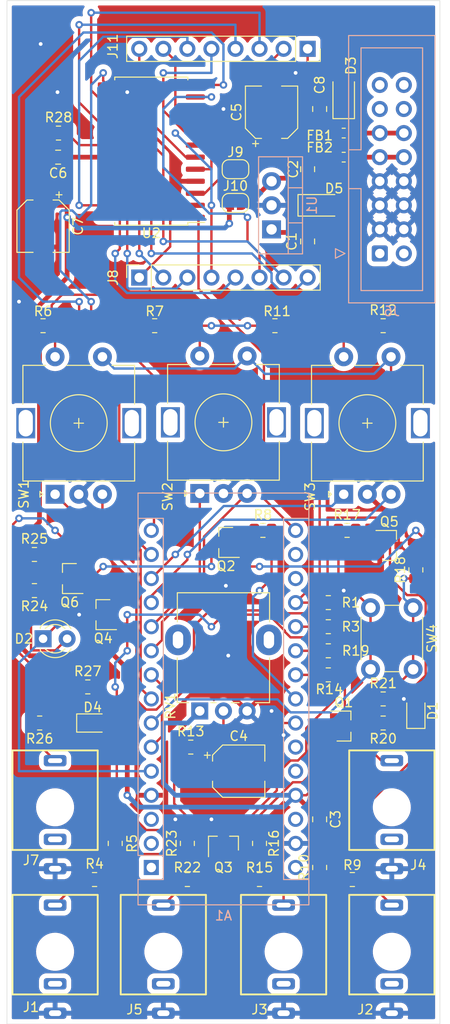
<source format=kicad_pcb>
(kicad_pcb (version 20211014) (generator pcbnew)
  (layers (0 "F.Cu" signal) (31 "B.Cu" signal) (34 "B.Paste" user) (35 "F.Paste" user) (36 "B.SilkS" user "B.Silkscreen") (37 "F.SilkS" user "F.Silkscreen") (38 "B.Mask" user) (39 "F.Mask" user) (44 "Edge.Cuts" user))
  (net 0 "")
  (net 1 "Net-(A1-Pad16)")
  (net 2 "Net-(A1-Pad15)")
  (net 4 "Net-(A1-Pad14)")
  (net 5 "GND")
  (net 6 "Net-(A1-Pad13)")
  (net 8 "Net-(A1-Pad12)")
  (net 9 "+5V")
  (net 10 "Net-(A1-Pad11)")
  (net 12 "Net-(A1-Pad10)")
  (net 14 "Net-(A1-Pad9)")
  (net 15 "Net-(A1-Pad24)")
  (net 16 "Net-(A1-Pad8)")
  (net 17 "Net-(A1-Pad23)")
  (net 18 "Net-(A1-Pad7)")
  (net 19 "Net-(A1-Pad22)")
  (net 20 "Net-(A1-Pad6)")
  (net 21 "Net-(A1-Pad21)")
  (net 22 "Net-(A1-Pad5)")
  (net 23 "Net-(A1-Pad20)")
  (net 24 "Net-(A1-Pad19)")
  (net 30 "Net-(D1-Pad1)")
  (net 31 "Net-(D2-Pad2)")
  (net 32 "Net-(D4-Pad1)")
  (net 33 "Net-(J1-Pad3)")
  (net 35 "Net-(J2-Pad3)")
  (net 37 "Net-(J3-Pad3)")
  (net 39 "Net-(J4-Pad3)")
  (net 41 "Net-(J5-Pad3)")
  (net 46 "Net-(J7-Pad3)")
  (net 48 "Net-(Q1-Pad1)")
  (net 49 "Net-(Q1-Pad2)")
  (net 50 "Net-(Q2-Pad1)")
  (net 51 "Net-(Q2-Pad2)")
  (net 52 "Net-(Q3-Pad1)")
  (net 53 "Net-(Q3-Pad2)")
  (net 54 "Net-(Q4-Pad1)")
  (net 55 "Net-(Q4-Pad2)")
  (net 56 "Net-(R6-Pad1)")
  (net 57 "Net-(R11-Pad2)")
  (net 58 "Net-(R11-Pad1)")
  (net 59 "Net-(R13-Pad2)")
  (net 60 "Net-(C1-Pad2)")
  (net 61 "Net-(C2-Pad2)")
  (net 62 "Net-(C5-Pad1)")
  (net 63 "Net-(D5-Pad2)")
  (net 64 "Net-(FB1-Pad2)")
  (net 65 "Net-(FB2-Pad2)")
  (net 69 "Net-(J8-Pad8)")
  (net 70 "Net-(J8-Pad7)")
  (net 71 "Net-(J8-Pad6)")
  (net 72 "Net-(J8-Pad5)")
  (net 73 "Net-(J8-Pad4)")
  (net 74 "Net-(J8-Pad3)")
  (net 75 "Net-(J8-Pad2)")
  (net 76 "Net-(J8-Pad1)")
  (net 77 "Net-(J11-Pad8)")
  (net 78 "Net-(J11-Pad7)")
  (net 79 "Net-(J11-Pad6)")
  (net 80 "Net-(J11-Pad5)")
  (net 81 "Net-(J11-Pad4)")
  (net 82 "Net-(J11-Pad3)")
  (net 83 "Net-(J11-Pad2)")
  (net 84 "Net-(J11-Pad1)")
  (net 85 "Net-(R28-Pad2)")
  (footprint "Capacitor_SMD:C_0805_2012Metric" (layer "F.Cu") (at 83.82 143.51 -90)
    (fp_text reference "C3")
    (fp_text value "100nF")
  )
  (footprint "Capacitor_SMD:CP_Elec_5x4.5" (layer "F.Cu") (at 75.27 138.43)
    (fp_text reference "C4")
    (fp_text value "10uF")
  )
  (footprint "Diode_SMD:D_0805_2012Metric" (layer "F.Cu") (at 93.98 132.235 90)
    (fp_text reference "D1")
    (fp_text value "1N4148")
  )
  (footprint "LED_THT:LED_D3.0mm" (layer "F.Cu") (at 54.61 124.46)
    (fp_text reference "D2")
    (fp_text value "LED")
  )
  (footprint "Diode_SMD:D_0805_2012Metric" (layer "F.Cu") (at 59.845 133.35)
    (fp_text reference "D4")
    (fp_text value "1N4148")
  )
  (footprint "Inductor_SMD:L_0603_1608Metric" (layer "F.Cu") (at 86.36 71.12)
    (fp_text reference "FB1")
    (fp_text value "FERRITE")
  )
  (footprint "Kicad_Akiyuki_Footprint:THONKICONN" (layer "F.Cu") (at 91.44 142.24)
    (fp_text reference "J4")
    (fp_text value "RESET IN")
  )
  (footprint "Kicad_Akiyuki_Footprint:THONKICONN" (layer "F.Cu") (at 67.31 157.48)
    (fp_text reference "J5")
    (fp_text value "OUT 2")
  )
  (footprint "Package_TO_SOT_SMD:SOT-23" (layer "F.Cu") (at 86.36 133.67)
    (fp_text reference "Q1")
    (fp_text value "MMBT3904")
  )
  (footprint "Package_TO_SOT_SMD:SOT-23" (layer "F.Cu") (at 57.42 118.11 180)
    (fp_text reference "Q6")
    (fp_text value "MMBT3904")
  )
  (footprint "Resistor_SMD:R_0805_2012Metric" (layer "F.Cu") (at 84.7325 123.19 180)
    (fp_text reference "R3")
    (fp_text value "10K")
  )
  (footprint "Resistor_SMD:R_0805_2012Metric" (layer "F.Cu") (at 60.0475 149.86)
    (fp_text reference "R4")
    (fp_text value "1K")
  )
  (footprint "Resistor_SMD:R_0805_2012Metric" (layer "F.Cu") (at 62.23 146.05 90)
    (fp_text reference "R5")
    (fp_text value "10K")
  )
  (footprint "Resistor_SMD:R_0805_2012Metric" (layer "F.Cu") (at 66.3975 91.44 180)
    (fp_text reference "R7")
    (fp_text value "10K")
  )
  (footprint "Resistor_SMD:R_0805_2012Metric" (layer "F.Cu") (at 77.8275 113.03)
    (fp_text reference "R8")
    (fp_text value "10K")
  )
  (footprint "Resistor_SMD:R_0805_2012Metric" (layer "F.Cu") (at 87.2725 149.86 180)
    (fp_text reference "R9")
    (fp_text value "1K")
  )
  (footprint "Resistor_SMD:R_0805_2012Metric" (layer "F.Cu") (at 83.82 148.59 90)
    (fp_text reference "R10")
    (fp_text value "10K")
  )
  (footprint "Resistor_SMD:R_0805_2012Metric" (layer "F.Cu") (at 70.2075 135.89)
    (fp_text reference "R13")
    (fp_text value "10K")
  )
  (footprint "Resistor_SMD:R_0805_2012Metric" (layer "F.Cu") (at 77.47 149.86 180)
    (fp_text reference "R15")
    (fp_text value "1K")
  )
  (footprint "Resistor_SMD:R_0805_2012Metric" (layer "F.Cu") (at 77.47 146.05 90)
    (fp_text reference "R16")
    (fp_text value "10K")
  )
  (footprint "Resistor_SMD:R_0805_2012Metric" (layer "F.Cu") (at 69.85 149.86)
    (fp_text reference "R22")
    (fp_text value "1K")
  )
  (footprint "Resistor_SMD:R_0805_2012Metric" (layer "F.Cu") (at 53.6975 119.38 180)
    (fp_text reference "R24")
    (fp_text value "1K")
  )
  (footprint "Resistor_SMD:R_0805_2012Metric" (layer "F.Cu") (at 53.6975 115.57)
    (fp_text reference "R25")
    (fp_text value "10K")
  )
  (footprint "Resistor_SMD:R_0805_2012Metric" (layer "F.Cu") (at 59.3325 129.54)
    (fp_text reference "R27")
    (fp_text value "1M")
  )
  (footprint "Potentiometer_THT:Potentiometer_Alpha_RD901F-40-00D_Single_Vertical" (layer "F.Cu") (at 71.16 132.08 90)
    (fp_text reference "RV1")
    (fp_text value "10K")
  )
  (footprint "Rotary_Encoder:RotaryEncoder_Alps_EC11E-Switch_Vertical_H20mm" (layer "F.Cu") (at 71.16 109.132663 90)
    (fp_text reference "SW2")
    (fp_text value "EC11 (HITS)")
  )
  (footprint "Rotary_Encoder:RotaryEncoder_Alps_EC11E-Switch_Vertical_H20mm" (layer "F.Cu") (at 86.36 109.22 90)
    (fp_text reference "SW3")
    (fp_text value "EC11 (OFFSET)")
  )
  (footprint "Capacitor_SMD:C_0805_2012Metric" (layer "F.Cu") (at 82.55 82.55 90)
    (fp_text reference "C1")
    (fp_text value "1uF")
  )
  (footprint "Capacitor_SMD:C_0805_2012Metric" (layer "F.Cu") (at 82.55 74.93 -90)
    (fp_text reference "C2")
    (fp_text value "100nF")
  )
  (footprint "Diode_SMD:D_1206_3216Metric" (layer "F.Cu") (at 83.82 78.74)
    (fp_text reference "D5")
    (fp_text value "1N4007")
  )
  (footprint "Inductor_SMD:L_0603_1608Metric" (layer "F.Cu") (at 86.36 73.66)
    (fp_text reference "FB2")
    (fp_text value "FERRITE")
  )
  (footprint "Jumper:SolderJumper-2_P1.3mm_Open_RoundedPad1.0x1.5mm" (layer "F.Cu") (at 74.93 74.93)
    (fp_text reference "J9")
    (fp_text value "JP 5")
  )
  (footprint "Jumper:SolderJumper-2_P1.3mm_Open_RoundedPad1.0x1.5mm" (layer "F.Cu") (at 74.93 78.486)
    (fp_text reference "J10")
    (fp_text value "JP 12")
  )
  (footprint "Capacitor_SMD:CP_Elec_5x4.5" (layer "F.Cu") (at 78.74 68.92 90)
    (fp_text reference "C5")
    (fp_text value "10uF")
  )
  (footprint "Capacitor_SMD:C_0805_2012Metric" (layer "F.Cu") (at 56.2 73.66 180)
    (fp_text reference "C6")
    (fp_text value "100nF")
  )
  (footprint "Capacitor_SMD:CP_Elec_5x4.5" (layer "F.Cu") (at 54.61 80.94 -90)
    (fp_text reference "C7")
    (fp_text value "10uF")
  )
  (footprint "Diode_SMD:D_1206_3216Metric" (layer "F.Cu") (at 86.36 67.31 90)
    (fp_text reference "D3")
    (fp_text value "1N4007")
  )
  (footprint "Kicad_Akiyuki_Footprint:THONKICONN" (layer "F.Cu") (at 91.44 157.48)
    (fp_text reference "J2")
    (fp_text value "OUT 4")
  )
  (footprint "Kicad_Akiyuki_Footprint:THONKICONN" (layer "F.Cu") (at 80.01 157.48)
    (fp_text reference "J3")
    (fp_text value "OUT 3")
  )
  (footprint "Kicad_Akiyuki_Footprint:THONKICONN" (layer "F.Cu") (at 55.88 142.24)
    (fp_text reference "J7")
    (fp_text value "CLOCK IN")
  )
  (footprint "Connector_PinSocket_2.54mm:PinSocket_1x08_P2.54mm_Vertical" (layer "F.Cu") (at 64.77 86.36 90)
    (fp_text reference "J8")
    (fp_text value "DISP CONN 2")
  )
  (footprint "Connector_PinSocket_2.54mm:PinSocket_1x08_P2.54mm_Vertical" (layer "F.Cu") (at 82.55 62.23 -90)
    (fp_text reference "J11")
    (fp_text value "DISP CONN 1")
  )
  (footprint "Package_TO_SOT_SMD:SOT-23" (layer "F.Cu") (at 73.93 114.3 180)
    (fp_text reference "Q2")
    (fp_text value "MMBT3904")
  )
  (footprint "Package_TO_SOT_SMD:SOT-23" (layer "F.Cu") (at 73.66 146.05 90)
    (fp_text reference "Q3")
    (fp_text value "MMBT3904")
  )
  (footprint "Package_TO_SOT_SMD:SOT-23" (layer "F.Cu") (at 60.96 121.92 180)
    (fp_text reference "Q4")
    (fp_text value "MMBT3904")
  )
  (footprint "Package_TO_SOT_SMD:SOT-23" (layer "F.Cu") (at 91.17 114.62)
    (fp_text reference "Q5")
    (fp_text value "MMBT3904")
  )
  (footprint "Resistor_SMD:R_0805_2012Metric" (layer "F.Cu") (at 84.7325 120.65)
    (fp_text reference "R1")
    (fp_text value "10K")
  )
  (footprint "Resistor_SMD:R_0805_2012Metric" (layer "F.Cu") (at 54.61 91.44 180)
    (fp_text reference "R6")
    (fp_text value "10K")
  )
  (footprint "Resistor_SMD:R_0805_2012Metric" (layer "F.Cu") (at 79.0975 91.44 180)
    (fp_text reference "R11")
    (fp_text value "10K")
  )
  (footprint "Resistor_SMD:R_0805_2012Metric" (layer "F.Cu") (at 90.5275 91.44)
    (fp_text reference "R12")
    (fp_text value "10K")
  )
  (footprint "Resistor_SMD:R_0805_2012Metric" (layer "F.Cu") (at 84.7325 128.27 180)
    (fp_text reference "R14")
    (fp_text value "10K")
  )
  (footprint "Resistor_SMD:R_0805_2012Metric" (layer "F.Cu") (at 86.7175 113.03)
    (fp_text reference "R17")
    (fp_text value "10K")
  )
  (footprint "Resistor_SMD:R_0805_2012Metric" (layer "F.Cu") (at 93.98 117.1975 90)
    (fp_text reference "R18")
    (fp_text value "10K")
  )
  (footprint "Resistor_SMD:R_0805_2012Metric" (layer "F.Cu") (at 84.7325 125.73 180)
    (fp_text reference "R19")
    (fp_text value "10K")
  )
  (footprint "Resistor_SMD:R_0805_2012Metric" (layer "F.Cu") (at 90.5275 133.35 180)
    (fp_text reference "R20")
    (fp_text value "100K")
  )
  (footprint "Resistor_SMD:R_0805_2012Metric" (layer "F.Cu") (at 90.5275 130.81)
    (fp_text reference "R21")
    (fp_text value "1M")
  )
  (footprint "Resistor_SMD:R_0805_2012Metric" (layer "F.Cu") (at 69.85 146.05 90)
    (fp_text reference "R23")
    (fp_text value "10K")
  )
  (footprint "Resistor_SMD:R_0805_2012Metric" (layer "F.Cu") (at 54.2525 133.35 180)
    (fp_text reference "R26")
    (fp_text value "100K")
  )
  (footprint "Resistor_SMD:R_0805_2012Metric" (layer "F.Cu") (at 56.2375 71.12)
    (fp_text reference "R28")
    (fp_text value "470K")
  )
  (footprint "Rotary_Encoder:RotaryEncoder_Alps_EC11E-Switch_Vertical_H20mm" (layer "F.Cu") (at 55.88 109.22 90)
    (fp_text reference "SW1")
    (fp_text value "EC11 (LENGTH)")
  )
  (footprint "Button_Switch_THT:SW_PUSH_6mm" (layer "F.Cu") (at 93.693545 121.18395 -90)
    (fp_text reference "SW4")
    (fp_text value "RESET BUTTON")
  )
  (footprint "Package_SO:SOP-24_7.5x15.4mm_P1.27mm" (layer "F.Cu") (at 66.04 73.025 180)
    (fp_text reference "U2")
    (fp_text value "MAX7219")
  )
  (footprint "Capacitor_SMD:C_0805_2012Metric" (layer "F.Cu") (at 83.82 68.58 90)
    (fp_text reference "C8")
    (fp_text value "1uF")
  )
  (footprint "Kicad_Akiyuki_Footprint:THONKICONN" (layer "F.Cu") (at 55.88 157.48)
    (fp_text reference "J1")
    (fp_text value "OUT 1")
  )
  (footprint "Package_TO_SOT_THT:TO-220-3_Vertical" (layer "B.Cu") (at 78.74 81.28 90)
    (fp_text reference "U1")
    (fp_text value "L7805")
  )
  (footprint "Connector_IDC:IDC-Header_2x08_P2.54mm_Vertical" (layer "B.Cu") (at 90.17 83.82)
    (fp_text reference "J6")
    (fp_text value "POWER CONN")
  )
  (footprint "Module:Arduino_Nano" (layer "B.Cu") (at 66.04 148.59)
    (fp_text reference "A1")
    (fp_text value "ARDUINO NANO")
  )
  (gr_line (start 96.52 57.15) (end 96.52 90.17) (layer "Edge.Cuts") (width 0.05))
  (gr_line (start 50.8 57.15) (end 96.52 57.15) (layer "Edge.Cuts") (width 0.05))
  (gr_line (start 96.52 90.17) (end 96.52 165.1) (layer "Edge.Cuts") (width 0.05))
  (gr_line (start 96.52 165.1) (end 50.8 165.1) (layer "Edge.Cuts") (width 0.05))
  (gr_line (start 50.8 90.17) (end 50.8 57.15) (layer "Edge.Cuts") (width 0.05))
  (gr_line (start 50.8 165.1) (end 50.8 90.17) (layer "Edge.Cuts") (width 0.05))
  (segment (start 71.025001 87.535001) (end 71.025001 80.345001) (width 0.25) (layer "F.Cu") (net 1))
  (segment (start 77.934999 94.444999) (end 71.025001 87.535001) (width 0.25) (layer "F.Cu") (net 1))
  (segment (start 71.025001 80.345001) (end 70.69 80.01) (width 0.25) (layer "F.Cu") (net 1))
  (segment (start 81.28 113.03) (end 77.934999 109.684999) (width 0.25) (layer "F.Cu") (net 1))
  (segment (start 77.934999 109.684999) (end 77.934999 94.444999) (width 0.25) (layer "F.Cu") (net 1))
  (segment (start 59.69 88.9) (end 59.69 88.9) (width 0.25) (layer "F.Cu") (net 2))
  (segment (start 60.96 64.77) (end 60.96 65.61) (width 0.25) (layer "F.Cu") (net 2))
  (segment (start 66.04 113.03) (end 66.32251 112.74749) (width 0.25) (layer "F.Cu") (net 2))
  (segment (start 59.69 90.17) (end 59.69 88.9) (width 0.25) (layer "F.Cu") (net 2))
  (segment (start 66.32251 112.74749) (end 66.32251 96.80251) (width 0.25) (layer "F.Cu") (net 2))
  (segment (start 66.32251 96.80251) (end 59.69 90.17) (width 0.25) (layer "F.Cu") (net 2))
  (segment (start 60.96 65.61) (end 61.39 66.04) (width 0.25) (layer "F.Cu") (net 2))
  (via (at 60.96 64.77) (size 0.8) (drill 0.4) (layers "F.Cu" "B.Cu") (net 2))
  (via (at 59.69 88.9) (size 0.8) (drill 0.4) (layers "F.Cu" "B.Cu") (net 2))
  (segment (start 60.96 64.77) (end 60.96 64.77) (width 0.25) (layer "B.Cu") (net 2))
  (segment (start 56.424999 85.634999) (end 56.424999 79.661999) (width 0.25) (layer "B.Cu") (net 2))
  (segment (start 59.69 78.74) (end 59.69 66.04) (width 0.25) (layer "B.Cu") (net 2))
  (segment (start 57.694999 79.284999) (end 58.42 80.01) (width 0.25) (layer "B.Cu") (net 2))
  (segment (start 59.69 88.9) (end 56.424999 85.634999) (width 0.25) (layer "B.Cu") (net 2))
  (segment (start 56.605001 79.284999) (end 57.694999 79.284999) (width 0.25) (layer "B.Cu") (net 2))
  (segment (start 59.69 66.04) (end 60.96 64.77) (width 0.25) (layer "B.Cu") (net 2))
  (segment (start 58.42 80.01) (end 59.69 78.74) (width 0.25) (layer "B.Cu") (net 2))
  (segment (start 56.424999 79.661999) (end 56.424999 79.465001) (width 0.25) (layer "B.Cu") (net 2))
  (segment (start 56.424999 79.465001) (end 56.605001 79.284999) (width 0.25) (layer "B.Cu") (net 2))
  (segment (start 58.42 88.9) (end 58.42 88.9) (width 0.25) (layer "F.Cu") (net 4))
  (segment (start 62.654999 104.564999) (end 62.654999 99.533997) (width 0.25) (layer "F.Cu") (net 4))
  (segment (start 66.04 115.57) (end 63.5 113.03) (width 0.25) (layer "F.Cu") (net 4))
  (segment (start 70.69 66.04) (end 73.66 66.04) (width 0.25) (layer "F.Cu") (net 4))
  (segment (start 63.5 113.03) (end 62.654999 112.184999) (width 0.25) (layer "F.Cu") (net 4))
  (segment (start 62.654999 112.184999) (end 62.654999 104.564999) (width 0.25) (layer "F.Cu") (net 4))
  (segment (start 58.42 91.44) (end 58.42 88.9) (width 0.25) (layer "F.Cu") (net 4))
  (segment (start 58.42 95.298998) (end 58.42 91.44) (width 0.25) (layer "F.Cu") (net 4))
  (segment (start 62.654999 99.533997) (end 58.42 95.298998) (width 0.25) (layer "F.Cu") (net 4))
  (via (at 73.66 66.04) (size 0.8) (drill 0.4) (layers "F.Cu" "B.Cu") (net 4))
  (via (at 58.42 88.9) (size 0.8) (drill 0.4) (layers "F.Cu" "B.Cu") (net 4))
  (segment (start 73.66 66.04) (end 73.66 66.04) (width 0.25) (layer "B.Cu") (net 4))
  (segment (start 52.07 67.31) (end 58.87001 60.50999) (width 0.25) (layer "B.Cu") (net 4))
  (segment (start 58.42 88.9) (end 54.61 88.9) (width 0.25) (layer "B.Cu") (net 4))
  (segment (start 54.61 88.9) (end 52.07 86.36) (width 0.25) (layer "B.Cu") (net 4))
  (segment (start 52.07 86.36) (end 52.07 67.31) (width 0.25) (layer "B.Cu") (net 4))
  (segment (start 72.408992 60.50999) (end 73.66 61.760998) (width 0.25) (layer "B.Cu") (net 4))
  (segment (start 58.87001 60.50999) (end 72.408992 60.50999) (width 0.25) (layer "B.Cu") (net 4))
  (segment (start 73.66 61.760998) (end 73.66 66.04) (width 0.25) (layer "B.Cu") (net 4))
  (via (at 81.28 64.77) (size 0.8) (drill 0.4) (layers "F.Cu" "B.Cu") (net 5))
  (via (at 86.36 119.38) (size 0.8) (drill 0.4) (layers "F.Cu" "B.Cu") (net 5))
  (via (at 54.356 61.722) (size 0.8) (drill 0.4) (layers "F.Cu" "B.Cu") (net 5))
  (via (at 72.39 143.51) (size 0.8) (drill 0.4) (layers "F.Cu" "B.Cu") (net 5))
  (via (at 63.5 66.802) (size 0.8) (drill 0.4) (layers "F.Cu" "B.Cu") (net 5))
  (via (at 80.01 134.62) (size 0.8) (drill 0.4) (layers "F.Cu" "B.Cu") (net 5))
  (via (at 74.168 126.238) (size 0.8) (drill 0.4) (layers "F.Cu" "B.Cu") (net 5))
  (via (at 56.134 66.802) (size 0.8) (drill 0.4) (layers "F.Cu" "B.Cu") (net 5))
  (via (at 52.07 88.9) (size 0.8) (drill 0.4) (layers "F.Cu" "B.Cu") (net 5))
  (via (at 73.66 68.58) (size 0.8) (drill 0.4) (layers "F.Cu" "B.Cu") (net 5))
  (via (at 68.58 143.51) (size 0.8) (drill 0.4) (layers "F.Cu" "B.Cu") (net 5))
  (via (at 73.914 118.872) (size 0.8) (drill 0.4) (layers "F.Cu" "B.Cu") (net 5))
  (via (at 78.74 132.08) (size 0.8) (drill 0.4) (layers "F.Cu" "B.Cu") (net 5))
  (via (at 92.71 130.81) (size 0.8) (drill 0.4) (layers "F.Cu" "B.Cu") (net 5))
  (via (at 58.42 121.92) (size 0.8) (drill 0.4) (layers "F.Cu" "B.Cu") (net 5))
  (segment (start 68.58 115.57) (end 66.04 118.11) (width 0.25) (layer "F.Cu") (net 6))
  (via (at 68.58 115.57) (size 0.8) (drill 0.4) (layers "F.Cu" "B.Cu") (net 6))
  (segment (start 68.58 115.57) (end 68.58 115.57) (width 0.25) (layer "B.Cu") (net 6))
  (segment (start 73.692336 110.457664) (end 68.58 115.57) (width 0.25) (layer "B.Cu") (net 6))
  (segment (start 86.36 109.22) (end 85.122336 110.457664) (width 0.25) (layer "B.Cu") (net 6))
  (segment (start 85.122336 110.457664) (end 73.692336 110.457664) (width 0.25) (layer "B.Cu") (net 6))
  (segment (start 69.85 116.135685) (end 66.04 119.945685) (width 0.25) (layer "F.Cu") (net 8))
  (segment (start 69.85 115.57) (end 69.85 116.135685) (width 0.25) (layer "F.Cu") (net 8))
  (segment (start 66.04 119.945685) (end 66.04 120.65) (width 0.25) (layer "F.Cu") (net 8))
  (via (at 69.85 115.57) (size 0.8) (drill 0.4) (layers "F.Cu" "B.Cu") (net 8))
  (segment (start 69.85 115.57) (end 69.85 115.57) (width 0.25) (layer "B.Cu") (net 8))
  (segment (start 73.515001 111.904999) (end 69.85 115.57) (width 0.25) (layer "B.Cu") (net 8))
  (segment (start 88.675001 111.904999) (end 73.515001 111.904999) (width 0.25) (layer "B.Cu") (net 8))
  (segment (start 91.36 109.22) (end 88.675001 111.904999) (width 0.25) (layer "B.Cu") (net 8))
  (segment (start 74.28 80.66) (end 74.28 80.66) (width 0.5) (layer "F.Cu") (net 9))
  (segment (start 63.5 140.97) (end 63.5 140.97) (width 0.5) (layer "F.Cu") (net 9))
  (segment (start 60.96 116.84) (end 60.96 116.84) (width 0.25) (layer "F.Cu") (net 9))
  (segment (start 92.71 118.11) (end 92.71 118.11) (width 0.25) (layer "F.Cu") (net 9))
  (segment (start 54.61 78.74) (end 57.15 78.74) (width 0.5) (layer "F.Cu") (net 9))
  (segment (start 53.6975 91.44) (end 54.230001 91.972501) (width 0.5) (layer "F.Cu") (net 9))
  (segment (start 83.82 142.56) (end 82.87 142.56) (width 0.5) (layer "F.Cu") (net 9))
  (segment (start 72.39 116.84) (end 72.39 114.84) (width 0.25) (layer "F.Cu") (net 9))
  (segment (start 93.693545 127.68395) (end 92.368544 129.008951) (width 0.25) (layer "F.Cu") (net 9))
  (segment (start 71.16 132.08) (end 71.16 132.04) (width 0.5) (layer "F.Cu") (net 9))
  (segment (start 93.693545 127.68395) (end 93.693545 121.18395) (width 0.25) (layer "F.Cu") (net 9))
  (segment (start 52.785 113.585) (end 52.785 115.57) (width 0.5) (layer "F.Cu") (net 9))
  (segment (start 59.96 121.92) (end 59.96 124.040002) (width 0.5) (layer "F.Cu") (net 9))
  (segment (start 81.28 140.97) (end 82.41137 140.97) (width 0.25) (layer "F.Cu") (net 9))
  (segment (start 52.07 120.095) (end 52.07 125.118188) (width 0.5) (layer "F.Cu") (net 9))
  (segment (start 71.636 145.026) (end 71.66 145.05) (width 0.25) (layer "F.Cu") (net 9))
  (segment (start 72.39 114.84) (end 72.93 114.3) (width 0.25) (layer "F.Cu") (net 9))
  (segment (start 57.15 86.36) (end 53.6975 89.8125) (width 0.5) (layer "F.Cu") (net 9))
  (segment (start 57.739991 126.260011) (end 59.96 124.040002) (width 0.5) (layer "F.Cu") (net 9))
  (segment (start 82.87 142.56) (end 81.28 140.97) (width 0.5) (layer "F.Cu") (net 9))
  (segment (start 74.28 77.47) (end 74.28 80.66) (width 0.5) (layer "F.Cu") (net 9))
  (segment (start 53.6975 89.8125) (end 53.6975 91.44) (width 0.5) (layer "F.Cu") (net 9))
  (segment (start 89.431049 129.008951) (end 87.36 131.08) (width 0.25) (layer "F.Cu") (net 9))
  (segment (start 68.45749 134.78251) (end 71.16 132.08) (width 0.25) (layer "F.Cu") (net 9))
  (segment (start 52.785 119.38) (end 52.07 120.095) (width 0.5) (layer "F.Cu") (net 9))
  (segment (start 57.15 73.66) (end 57.15 78.74) (width 0.5) (layer "F.Cu") (net 9))
  (segment (start 59.96 124.08) (end 63.5 127.62) (width 0.5) (layer "F.Cu") (net 9))
  (segment (start 93.98 118.11) (end 92.71 118.11) (width 0.25) (layer "F.Cu") (net 9))
  (segment (start 68.45749 141.84749) (end 68.45749 134.78251) (width 0.25) (layer "F.Cu") (net 9))
  (segment (start 74.28 77.47) (end 74.28 74.93) (width 0.5) (layer "F.Cu") (net 9))
  (segment (start 59.96 124.040002) (end 59.96 124.08) (width 0.5) (layer "F.Cu") (net 9))
  (segment (start 63.5 127.62) (end 63.5 140.97) (width 0.5) (layer "F.Cu") (net 9))
  (segment (start 87.36 136.02137) (end 87.36 133.67) (width 0.25) (layer "F.Cu") (net 9))
  (segment (start 82.41137 140.97) (end 87.36 136.02137) (width 0.25) (layer "F.Cu") (net 9))
  (segment (start 59.96 117.84) (end 60.96 116.84) (width 0.25) (layer "F.Cu") (net 9))
  (segment (start 92.368544 129.008951) (end 89.431049 129.008951) (width 0.25) (layer "F.Cu") (net 9))
  (segment (start 71.66 145.05) (end 73.66 145.05) (width 0.25) (layer "F.Cu") (net 9))
  (segment (start 57.15 80.01) (end 57.15 86.36) (width 0.5) (layer "F.Cu") (net 9))
  (segment (start 54.230001 112.139999) (end 52.785 113.585) (width 0.5) (layer "F.Cu") (net 9))
  (segment (start 61.39 73.66) (end 58.42 73.66) (width 0.5) (layer "F.Cu") (net 9))
  (segment (start 55.325 71.835) (end 57.15 73.66) (width 0.25) (layer "F.Cu") (net 9))
  (segment (start 71.636 145.026) (end 68.45749 141.84749) (width 0.25) (layer "F.Cu") (net 9))
  (segment (start 57.15 78.74) (end 57.15 80.01) (width 0.5) (layer "F.Cu") (net 9))
  (segment (start 52.07 125.118188) (end 53.211823 126.260011) (width 0.5) (layer "F.Cu") (net 9))
  (segment (start 54.230001 91.972501) (end 54.230001 112.139999) (width 0.5) (layer "F.Cu") (net 9))
  (segment (start 59.96 121.92) (end 59.96 117.84) (width 0.25) (layer "F.Cu") (net 9))
  (segment (start 53.211823 126.260011) (end 57.739991 126.260011) (width 0.5) (layer "F.Cu") (net 9))
  (segment (start 87.36 131.08) (end 87.36 133.67) (width 0.25) (layer "F.Cu") (net 9))
  (segment (start 55.325 71.12) (end 55.325 71.835) (width 0.25) (layer "F.Cu") (net 9))
  (segment (start 52.785 115.57) (end 52.785 119.38) (width 0.5) (layer "F.Cu") (net 9))
  (segment (start 58.42 73.66) (end 57.15 73.66) (width 0.5) (layer "F.Cu") (net 9))
  (via (at 60.96 116.84) (size 0.8) (drill 0.4) (layers "F.Cu" "B.Cu") (net 9))
  (via (at 57.15 80.01) (size 0.8) (drill 0.4) (layers "F.Cu" "B.Cu") (net 9))
  (via (at 72.39 116.84) (size 0.8) (drill 0.4) (layers "F.Cu" "B.Cu") (net 9))
  (via (at 92.71 118.11) (size 0.8) (drill 0.4) (layers "F.Cu" "B.Cu") (net 9))
  (via (at 63.5 140.97) (size 0.8) (drill 0.4) (layers "F.Cu" "B.Cu") (net 9))
  (via (at 74.28 80.66) (size 0.8) (drill 0.4) (layers "F.Cu" "B.Cu") (net 9))
  (segment (start 57.15 80.01) (end 57.15 80.01) (width 0.5) (layer "B.Cu") (net 9))
  (segment (start 72.39 116.84) (end 72.39 116.84) (width 0.25) (layer "B.Cu") (net 9))
  (segment (start 69.89 133.35) (end 71.16 132.08) (width 0.5) (layer "B.Cu") (net 9))
  (segment (start 60.96 116.84) (end 72.39 116.84) (width 0.25) (layer "B.Cu") (net 9))
  (segment (start 92.71 120.200405) (end 93.693545 121.18395) (width 0.25) (layer "B.Cu") (net 9))
  (segment (start 68.58 140.97) (end 67.31 139.7) (width 0.5) (layer "B.Cu") (net 9))
  (segment (start 63.5 140.97) (end 64.750001 142.220001) (width 0.5) (layer "B.Cu") (net 9))
  (segment (start 58.270009 81.130009) (end 57.15 80.01) (width 0.5) (layer "B.Cu") (net 9))
  (segment (start 67.31 139.7) (end 67.31 133.35) (width 0.5) (layer "B.Cu") (net 9))
  (segment (start 67.31 133.35) (end 69.89 133.35) (width 0.5) (layer "B.Cu") (net 9))
  (segment (start 64.750001 142.220001) (end 80.029999 142.220001) (width 0.5) (layer "B.Cu") (net 9))
  (segment (start 73.809991 81.130009) (end 58.270009 81.130009) (width 0.5) (layer "B.Cu") (net 9))
  (segment (start 80.029999 142.220001) (end 81.28 140.97) (width 0.5) (layer "B.Cu") (net 9))
  (segment (start 81.28 140.97) (end 68.58 140.97) (width 0.5) (layer "B.Cu") (net 9))
  (segment (start 74.28 80.66) (end 73.809991 81.130009) (width 0.5) (layer "B.Cu") (net 9))
  (segment (start 92.71 118.11) (end 92.71 120.200405) (width 0.25) (layer "B.Cu") (net 9))
  (segment (start 71.16 118.07) (end 66.04 123.19) (width 0.25) (layer "F.Cu") (net 10))
  (segment (start 71.16 109.132663) (end 71.16 118.07) (width 0.25) (layer "F.Cu") (net 10))
  (segment (start 71.61001 113.682653) (end 76.16 109.132663) (width 0.25) (layer "F.Cu") (net 12))
  (segment (start 67.165001 124.604999) (end 67.165001 122.701409) (width 0.25) (layer "F.Cu") (net 12))
  (segment (start 66.04 125.73) (end 67.165001 124.604999) (width 0.25) (layer "F.Cu") (net 12))
  (segment (start 71.61001 118.2564) (end 71.61001 113.682653) (width 0.25) (layer "F.Cu") (net 12))
  (segment (start 67.165001 122.701409) (end 71.61001 118.2564) (width 0.25) (layer "F.Cu") (net 12))
  (segment (start 66.04 128.27) (end 67.165001 129.395001) (width 0.25) (layer "F.Cu") (net 14))
  (segment (start 66.580001 131.935001) (end 65.499999 131.935001) (width 0.25) (layer "F.Cu") (net 14))
  (segment (start 67.165001 129.395001) (end 67.165001 131.350001) (width 0.25) (layer "F.Cu") (net 14))
  (segment (start 65.499999 131.935001) (end 64.464989 130.899991) (width 0.25) (layer "F.Cu") (net 14))
  (segment (start 64.464989 130.899991) (end 64.464989 117.804989) (width 0.25) (layer "F.Cu") (net 14))
  (segment (start 67.165001 131.350001) (end 66.580001 131.935001) (width 0.25) (layer "F.Cu") (net 14))
  (segment (start 64.464989 117.804989) (end 55.88 109.22) (width 0.25) (layer "F.Cu") (net 14))
  (segment (start 69.295 136.605) (end 71.12 138.43) (width 0.25) (layer "F.Cu") (net 15))
  (segment (start 69.295 135.89) (end 69.295 136.605) (width 0.25) (layer "F.Cu") (net 15))
  (segment (start 81.28 133.35) (end 78.15 133.35) (width 0.25) (layer "F.Cu") (net 15))
  (segment (start 78.15 133.35) (end 73.07 138.43) (width 0.25) (layer "F.Cu") (net 15))
  (segment (start 71.12 138.43) (end 73.07 138.43) (width 0.25) (layer "F.Cu") (net 15))
  (segment (start 64.914999 115.081409) (end 60.88 111.04641) (width 0.25) (layer "F.Cu") (net 16))
  (segment (start 66.04 130.81) (end 64.914999 129.684999) (width 0.25) (layer "F.Cu") (net 16))
  (segment (start 64.914999 129.684999) (end 64.914999 115.081409) (width 0.25) (layer "F.Cu") (net 16))
  (segment (start 60.88 111.04641) (end 60.88 109.22) (width 0.25) (layer "F.Cu") (net 16))
  (segment (start 77.47 119.38) (end 77.47 119.38) (width 0.25) (layer "F.Cu") (net 17))
  (segment (start 78.74 118.11) (end 77.47 119.38) (width 0.25) (layer "F.Cu") (net 17))
  (segment (start 78.74 113.03) (end 78.74 118.11) (width 0.25) (layer "F.Cu") (net 17))
  (via (at 77.47 119.38) (size 0.8) (drill 0.4) (layers "F.Cu" "B.Cu") (net 17))
  (segment (start 76.77499 120.07501) (end 76.77499 126.30499) (width 0.25) (layer "B.Cu") (net 17))
  (segment (start 76.77499 126.30499) (end 81.28 130.81) (width 0.25) (layer "B.Cu") (net 17))
  (segment (start 77.47 119.38) (end 76.77499 120.07501) (width 0.25) (layer "B.Cu") (net 17))
  (segment (start 85.805 117.795405) (end 89.193545 121.18395) (width 0.25) (layer "F.Cu") (net 18))
  (segment (start 89.193545 121.18395) (end 89.193545 127.68395) (width 0.25) (layer "F.Cu") (net 18))
  (segment (start 85.805 113.03) (end 85.805 117.795405) (width 0.25) (layer "F.Cu") (net 18))
  (segment (start 68.535001 130.854999) (end 79.369999 130.854999) (width 0.25) (layer "B.Cu") (net 18))
  (segment (start 80.739999 132.224999) (end 84.945001 132.224999) (width 0.25) (layer "B.Cu") (net 18))
  (segment (start 89.193545 127.976455) (end 89.193545 127.68395) (width 0.25) (layer "B.Cu") (net 18))
  (segment (start 84.945001 132.224999) (end 89.193545 127.976455) (width 0.25) (layer "B.Cu") (net 18))
  (segment (start 79.369999 130.854999) (end 80.739999 132.224999) (width 0.25) (layer "B.Cu") (net 18))
  (segment (start 66.04 133.35) (end 68.535001 130.854999) (width 0.25) (layer "B.Cu") (net 18))
  (segment (start 81.28 128.27) (end 83.82 128.27) (width 0.25) (layer "F.Cu") (net 19))
  (segment (start 72.2036 121.46999) (end 78.629363 121.46999) (width 0.25) (layer "F.Cu") (net 20))
  (segment (start 67.165001 134.764999) (end 67.165001 132.224999) (width 0.25) (layer "F.Cu") (net 20))
  (segment (start 70.54501 123.12858) (end 72.2036 121.46999) (width 0.25) (layer "F.Cu") (net 20))
  (segment (start 92.315 114.62) (end 93.98 116.285) (width 0.25) (layer "F.Cu") (net 20))
  (segment (start 66.04 135.89) (end 67.165001 134.764999) (width 0.25) (layer "F.Cu") (net 20))
  (segment (start 78.629363 121.46999) (end 78.934374 121.775001) (width 0.25) (layer "F.Cu") (net 20))
  (segment (start 67.165001 132.224999) (end 70.54501 128.84499) (width 0.25) (layer "F.Cu") (net 20))
  (segment (start 84.65751 111.68449) (end 91.87249 111.68449) (width 0.25) (layer "F.Cu") (net 20))
  (segment (start 84.65751 121.33818) (end 84.65751 111.68449) (width 0.25) (layer "F.Cu") (net 20))
  (segment (start 91.87249 111.68449) (end 92.17 111.982) (width 0.25) (layer "F.Cu") (net 20))
  (segment (start 70.54501 128.84499) (end 70.54501 123.12858) (width 0.25) (layer "F.Cu") (net 20))
  (segment (start 92.17 114.62) (end 92.315 114.62) (width 0.25) (layer "F.Cu") (net 20))
  (segment (start 84.220689 121.775001) (end 84.65751 121.33818) (width 0.25) (layer "F.Cu") (net 20))
  (segment (start 92.17 111.982) (end 92.17 114.62) (width 0.25) (layer "F.Cu") (net 20))
  (segment (start 78.934374 121.775001) (end 84.220689 121.775001) (width 0.25) (layer "F.Cu") (net 20))
  (segment (start 81.28 125.73) (end 83.82 125.73) (width 0.25) (layer "F.Cu") (net 21))
  (segment (start 54.61 115.57) (end 54.61 116.3) (width 0.25) (layer "F.Cu") (net 22))
  (segment (start 56.42 122.65) (end 56.42 118.11) (width 0.25) (layer "F.Cu") (net 22))
  (segment (start 54.61 116.3) (end 56.42 118.11) (width 0.25) (layer "F.Cu") (net 22))
  (segment (start 54.61 124.46) (end 56.42 122.65) (width 0.25) (layer "F.Cu") (net 22))
  (segment (start 52.07 138.43) (end 52.07 127) (width 0.25) (layer "B.Cu") (net 22))
  (segment (start 66.04 138.43) (end 52.07 138.43) (width 0.25) (layer "B.Cu") (net 22))
  (segment (start 52.07 127) (end 54.61 124.46) (width 0.25) (layer "B.Cu") (net 22))
  (segment (start 81.28 123.19) (end 83.82 123.19) (width 0.25) (layer "F.Cu") (net 23))
  (segment (start 81.28 120.65) (end 83.82 118.11) (width 0.25) (layer "F.Cu") (net 24))
  (segment (start 83.82 118.11) (end 83.82 106.68) (width 0.25) (layer "F.Cu") (net 24))
  (segment (start 83.82 106.68) (end 91.36 99.14) (width 0.25) (layer "F.Cu") (net 24))
  (segment (start 91.36 99.14) (end 91.36 94.72) (width 0.25) (layer "F.Cu") (net 24))
  (segment (start 81.28 120.65) (end 83.82 120.65) (width 0.25) (layer "F.Cu") (net 24))
  (segment (start 76.16 94.632663) (end 78.047337 96.52) (width 0.25) (layer "B.Cu") (net 24))
  (segment (start 60.88 94.72) (end 62.117664 95.957664) (width 0.25) (layer "B.Cu") (net 24))
  (segment (start 74.834999 95.957664) (end 76.16 94.632663) (width 0.25) (layer "B.Cu") (net 24))
  (segment (start 78.047337 96.52) (end 89.56 96.52) (width 0.25) (layer "B.Cu") (net 24))
  (segment (start 89.56 96.52) (end 91.36 94.72) (width 0.25) (layer "B.Cu") (net 24))
  (segment (start 62.117664 95.957664) (end 74.834999 95.957664) (width 0.25) (layer "B.Cu") (net 24))
  (segment (start 94.329546 119.858949) (end 95.018546 120.547949) (width 0.25) (layer "F.Cu") (net 30))
  (segment (start 91.247298 114.747298) (end 90.17 113.67) (width 0.25) (layer "F.Cu") (net 30))
  (segment (start 95.018546 128.319951) (end 93.798497 129.54) (width 0.25) (layer "F.Cu") (net 30))
  (segment (start 93.98 133.66) (end 91.75 133.66) (width 0.25) (layer "F.Cu") (net 30))
  (segment (start 91.247298 118.048702) (end 93.057544 119.858949) (width 0.25) (layer "F.Cu") (net 30))
  (segment (start 90.885 129.54) (end 89.615 130.81) (width 0.25) (layer "F.Cu") (net 30))
  (segment (start 91.247298 118.048702) (end 91.247298 114.747298) (width 0.25) (layer "F.Cu") (net 30))
  (segment (start 91.75 133.66) (end 91.44 133.35) (width 0.25) (layer "F.Cu") (net 30))
  (segment (start 93.057544 119.858949) (end 94.329546 119.858949) (width 0.25) (layer "F.Cu") (net 30))
  (segment (start 89.615 130.81) (end 89.615 131.525) (width 0.25) (layer "F.Cu") (net 30))
  (segment (start 93.798497 129.54) (end 90.885 129.54) (width 0.25) (layer "F.Cu") (net 30))
  (segment (start 89.615 131.525) (end 91.44 133.35) (width 0.25) (layer "F.Cu") (net 30))
  (segment (start 95.018546 120.547949) (end 95.018546 128.319951) (width 0.25) (layer "F.Cu") (net 30))
  (segment (start 57.15 124.46) (end 55.924999 125.685001) (width 0.25) (layer "F.Cu") (net 31))
  (segment (start 53.34 125.575002) (end 53.34 120.65) (width 0.25) (layer "F.Cu") (net 31))
  (segment (start 53.34 120.65) (end 54.61 119.38) (width 0.25) (layer "F.Cu") (net 31))
  (segment (start 55.924999 125.685001) (end 53.449999 125.685001) (width 0.25) (layer "F.Cu") (net 31))
  (segment (start 53.449999 125.685001) (end 53.34 125.575002) (width 0.25) (layer "F.Cu") (net 31))
  (segment (start 52.07 111.76) (end 52.07 111.76) (width 0.25) (layer "F.Cu") (net 32))
  (segment (start 55.678626 129.54) (end 51.454999 125.316373) (width 0.25) (layer "F.Cu") (net 32))
  (segment (start 51.454999 112.375001) (end 52.07 111.76) (width 0.25) (layer "F.Cu") (net 32))
  (segment (start 51.454999 125.316373) (end 51.454999 112.375001) (width 0.25) (layer "F.Cu") (net 32))
  (segment (start 58.42 119.06) (end 58.1 119.06) (width 0.25) (layer "F.Cu") (net 32))
  (segment (start 58.42 129.54) (end 58.42 133.35) (width 0.25) (layer "F.Cu") (net 32))
  (segment (start 57.404 114.554) (end 55.88 113.03) (width 0.25) (layer "F.Cu") (net 32))
  (segment (start 58.42 129.54) (end 55.678626 129.54) (width 0.25) (layer "F.Cu") (net 32))
  (segment (start 55.165 133.35) (end 58.42 133.35) (width 0.25) (layer "F.Cu") (net 32))
  (segment (start 58.1 119.06) (end 57.404 118.364) (width 0.25) (layer "F.Cu") (net 32))
  (segment (start 57.404 118.364) (end 57.404 114.554) (width 0.25) (layer "F.Cu") (net 32))
  (via (at 52.07 111.76) (size 0.8) (drill 0.4) (layers "F.Cu" "B.Cu") (net 32))
  (via (at 55.88 113.03) (size 0.8) (drill 0.4) (layers "F.Cu" "B.Cu") (net 32))
  (segment (start 55.88 113.03) (end 55.88 113.03) (width 0.25) (layer "B.Cu") (net 32))
  (segment (start 54.61 111.76) (end 55.88 113.03) (width 0.25) (layer "B.Cu") (net 32))
  (segment (start 52.07 111.76) (end 54.61 111.76) (width 0.25) (layer "B.Cu") (net 32))
  (segment (start 59.135 149.86) (end 58.58 149.86) (width 0.25) (layer "F.Cu") (net 33))
  (segment (start 58.58 149.86) (end 55.88 152.56) (width 0.25) (layer "F.Cu") (net 33))
  (segment (start 91.44 152.56) (end 88.74 149.86) (width 0.25) (layer "F.Cu") (net 35))
  (segment (start 88.74 149.86) (end 88.185 149.86) (width 0.25) (layer "F.Cu") (net 35))
  (segment (start 80.01 151.4875) (end 78.3825 149.86) (width 0.25) (layer "F.Cu") (net 37))
  (segment (start 80.01 152.56) (end 80.01 151.4875) (width 0.25) (layer "F.Cu") (net 37))
  (segment (start 89.615 133.35) (end 89.615 136.605) (width 0.25) (layer "F.Cu") (net 39))
  (segment (start 89.615 136.605) (end 90.33 137.32) (width 0.25) (layer "F.Cu") (net 39))
  (segment (start 90.33 137.32) (end 91.44 137.32) (width 0.25) (layer "F.Cu") (net 39))
  (segment (start 68.9375 149.86) (end 68.9375 150.9325) (width 0.25) (layer "F.Cu") (net 41))
  (segment (start 68.9375 150.9325) (end 67.31 152.56) (width 0.25) (layer "F.Cu") (net 41))
  (segment (start 53.34 133.35) (end 53.34 134.78) (width 0.25) (layer "F.Cu") (net 46))
  (segment (start 53.34 134.78) (end 55.88 137.32) (width 0.25) (layer "F.Cu") (net 46))
  (segment (start 86.48251 124.72751) (end 86.48251 132.59749) (width 0.25) (layer "F.Cu") (net 48))
  (segment (start 85.645 123.19) (end 85.645 123.89) (width 0.25) (layer "F.Cu") (net 48))
  (segment (start 86.36 132.72) (end 85.36 132.72) (width 0.25) (layer "F.Cu") (net 48))
  (segment (start 86.48251 132.59749) (end 86.36 132.72) (width 0.25) (layer "F.Cu") (net 48))
  (segment (start 85.645 123.89) (end 86.48251 124.72751) (width 0.25) (layer "F.Cu") (net 48))
  (segment (start 85.36 134.62) (end 85.36 136.27) (width 0.25) (layer "F.Cu") (net 49))
  (segment (start 69.92499 149.17182) (end 69.92499 150.54818) (width 0.25) (layer "F.Cu") (net 49))
  (segment (start 80.986808 139.59819) (end 82.03181 139.59819) (width 0.25) (layer "F.Cu") (net 49))
  (segment (start 62.442501 147.175001) (end 67.928171 147.175001) (width 0.25) (layer "F.Cu") (net 49))
  (segment (start 73.949999 146.274999) (end 75.370001 146.274999) (width 0.25) (layer "F.Cu") (net 49))
  (segment (start 82.03181 139.59819) (end 85.288 136.342) (width 0.25) (layer "F.Cu") (net 49))
  (segment (start 75.370001 146.274999) (end 75.435001 146.209999) (width 0.25) (layer "F.Cu") (net 49))
  (segment (start 69.92499 150.54818) (end 70.26182 150.88501) (width 0.25) (layer "F.Cu") (net 49))
  (segment (start 73.884999 146.339999) (end 73.949999 146.274999) (width 0.25) (layer "F.Cu") (net 49))
  (segment (start 75.435001 145.149997) (end 80.986808 139.59819) (width 0.25) (layer "F.Cu") (net 49))
  (segment (start 67.928171 147.175001) (end 69.92499 149.17182) (width 0.25) (layer "F.Cu") (net 49))
  (segment (start 70.26182 150.88501) (end 71.26318 150.88501) (width 0.25) (layer "F.Cu") (net 49))
  (segment (start 71.26318 150.88501) (end 73.884999 148.263191) (width 0.25) (layer "F.Cu") (net 49))
  (segment (start 60.96 148.2325) (end 62.23 146.9625) (width 0.25) (layer "F.Cu") (net 49))
  (segment (start 73.884999 148.263191) (end 73.884999 146.339999) (width 0.25) (layer "F.Cu") (net 49))
  (segment (start 85.288 136.342) (end 85.415 136.215) (width 0.25) (layer "F.Cu") (net 49))
  (segment (start 85.36 136.27) (end 85.288 136.342) (width 0.25) (layer "F.Cu") (net 49))
  (segment (start 62.23 146.9625) (end 62.442501 147.175001) (width 0.25) (layer "F.Cu") (net 49))
  (segment (start 62.267502 146.924998) (end 62.23 146.9625) (width 0.25) (layer "F.Cu") (net 49))
  (segment (start 60.96 149.86) (end 60.96 148.2325) (width 0.25) (layer "F.Cu") (net 49))
  (segment (start 75.435001 146.209999) (end 75.435001 145.149997) (width 0.25) (layer "F.Cu") (net 49))
  (segment (start 74.93 115.57) (end 75.438 116.078) (width 0.25) (layer "F.Cu") (net 50))
  (segment (start 74.93 115.57) (end 74.93 115.25) (width 0.25) (layer "F.Cu") (net 50))
  (segment (start 76.454 116.078) (end 76.915 115.617) (width 0.25) (layer "F.Cu") (net 50))
  (segment (start 76.915 115.617) (end 76.915 113.03) (width 0.25) (layer "F.Cu") (net 50))
  (segment (start 75.438 116.078) (end 76.454 116.078) (width 0.25) (layer "F.Cu") (net 50))
  (segment (start 93.98 113.03) (end 93.98 113.03) (width 0.25) (layer "F.Cu") (net 51))
  (segment (start 95.468555 135.375345) (end 95.468555 114.518555) (width 0.25) (layer "F.Cu") (net 51))
  (segment (start 73.914 114.366) (end 74.93 113.35) (width 0.25) (layer "F.Cu") (net 51))
  (segment (start 95.468555 114.518555) (end 93.98 113.03) (width 0.25) (layer "F.Cu") (net 51))
  (segment (start 84.84501 145.99889) (end 95.468555 135.375345) (width 0.25) (layer "F.Cu") (net 51))
  (segment (start 73.914 116.84) (end 73.914 114.366) (width 0.25) (layer "F.Cu") (net 51))
  (segment (start 84.1775 149.86) (end 83.82 149.5025) (width 0.25) (layer "F.Cu") (net 51))
  (segment (start 86.36 149.86) (end 84.1775 149.86) (width 0.25) (layer "F.Cu") (net 51))
  (segment (start 84.84501 148.47749) (end 84.84501 145.99889) (width 0.25) (layer "F.Cu") (net 51))
  (segment (start 83.82 149.5025) (end 84.84501 148.47749) (width 0.25) (layer "F.Cu") (net 51))
  (segment (start 77.47 116.84) (end 73.914 116.84) (width 0.25) (layer "F.Cu") (net 51))
  (via (at 93.98 113.03) (size 0.8) (drill 0.4) (layers "F.Cu" "B.Cu") (net 51))
  (via (at 77.47 116.84) (size 0.8) (drill 0.4) (layers "F.Cu" "B.Cu") (net 51))
  (segment (start 77.47 116.84) (end 77.47 116.84) (width 0.25) (layer "B.Cu") (net 51))
  (segment (start 90.17 116.84) (end 77.47 116.84) (width 0.25) (layer "B.Cu") (net 51))
  (segment (start 93.98 113.03) (end 90.17 116.84) (width 0.25) (layer "B.Cu") (net 51))
  (segment (start 79.29501 140.46499) (end 74.66 145.1) (width 0.25) (layer "F.Cu") (net 52))
  (segment (start 74.676 145.066) (end 74.676 145.534) (width 0.25) (layer "F.Cu") (net 52))
  (segment (start 82.405001 133.890001) (end 82.405001 136.430001) (width 0.25) (layer "F.Cu") (net 52))
  (segment (start 85.645 130.650002) (end 82.405001 133.890001) (width 0.25) (layer "F.Cu") (net 52))
  (segment (start 79.29501 138.749988) (end 79.29501 140.46499) (width 0.25) (layer "F.Cu") (net 52))
  (segment (start 72.71 145.862) (end 72.71 147.05) (width 0.25) (layer "F.Cu") (net 52))
  (segment (start 74.66 145.1) (end 74.66 145.05) (width 0.25) (layer "F.Cu") (net 52))
  (segment (start 74.66 145.05) (end 74.676 145.066) (width 0.25) (layer "F.Cu") (net 52))
  (segment (start 72.673 145.825) (end 72.71 145.862) (width 0.25) (layer "F.Cu") (net 52))
  (segment (start 74.385 145.825) (end 72.673 145.825) (width 0.25) (layer "F.Cu") (net 52))
  (segment (start 74.676 145.534) (end 74.385 145.825) (width 0.25) (layer "F.Cu") (net 52))
  (segment (start 80.739999 137.304999) (end 79.29501 138.749988) (width 0.25) (layer "F.Cu") (net 52))
  (segment (start 82.405001 136.430001) (end 81.530003 137.304999) (width 0.25) (layer "F.Cu") (net 52))
  (segment (start 81.530003 137.304999) (end 80.739999 137.304999) (width 0.25) (layer "F.Cu") (net 52))
  (segment (start 85.645 128.27) (end 85.645 130.650002) (width 0.25) (layer "F.Cu") (net 52))
  (segment (start 74.66 147) (end 77.4325 147) (width 0.25) (layer "F.Cu") (net 53))
  (segment (start 76.5575 149.86) (end 76.5575 147.875) (width 0.25) (layer "F.Cu") (net 53))
  (segment (start 77.4325 147) (end 77.47 146.9625) (width 0.25) (layer "F.Cu") (net 53))
  (segment (start 76.5575 147.875) (end 77.47 146.9625) (width 0.25) (layer "F.Cu") (net 53))
  (segment (start 72.39 123.19) (end 72.39 123.19) (width 0.25) (layer "F.Cu") (net 54))
  (segment (start 80.739999 124.315001) (end 80.14501 123.720012) (width 0.25) (layer "F.Cu") (net 54))
  (segment (start 85.645 125.73) (end 84.230001 124.315001) (width 0.25) (layer "F.Cu") (net 54))
  (segment (start 80.14501 123.720012) (end 80.14501 123.622047) (width 0.25) (layer "F.Cu") (net 54))
  (segment (start 73.66 121.92) (end 72.39 123.19) (width 0.25) (layer "F.Cu") (net 54))
  (segment (start 63.5 121.92) (end 63.5 122.936) (width 0.25) (layer "F.Cu") (net 54))
  (segment (start 80.14501 123.622047) (end 78.442963 121.92) (width 0.25) (layer "F.Cu") (net 54))
  (segment (start 63.434 122.87) (end 61.96 122.87) (width 0.25) (layer "F.Cu") (net 54))
  (segment (start 78.442963 121.92) (end 73.66 121.92) (width 0.25) (layer "F.Cu") (net 54))
  (segment (start 84.230001 124.315001) (end 80.739999 124.315001) (width 0.25) (layer "F.Cu") (net 54))
  (segment (start 63.5 122.936) (end 63.434 122.87) (width 0.25) (layer "F.Cu") (net 54))
  (via (at 63.5 121.92) (size 0.8) (drill 0.4) (layers "F.Cu" "B.Cu") (net 54))
  (via (at 72.39 123.19) (size 0.8) (drill 0.4) (layers "F.Cu" "B.Cu") (net 54))
  (segment (start 63.5 121.92) (end 63.5 121.92) (width 0.25) (layer "B.Cu") (net 54))
  (segment (start 71.12 121.92) (end 63.5 121.92) (width 0.25) (layer "B.Cu") (net 54))
  (segment (start 72.39 123.19) (end 71.12 121.92) (width 0.25) (layer "B.Cu") (net 54))
  (segment (start 62.23 129.54) (end 62.23 129.54) (width 0.25) (layer "F.Cu") (net 55))
  (segment (start 69.85 146.9625) (end 69.15 146.9625) (width 0.25) (layer "F.Cu") (net 55))
  (segment (start 65.499999 144.635001) (end 62.39501 141.530012) (width 0.25) (layer "F.Cu") (net 55))
  (segment (start 62.39501 141.530012) (end 62.39501 129.70501) (width 0.25) (layer "F.Cu") (net 55))
  (segment (start 62.39501 129.70501) (end 62.23 129.54) (width 0.25) (layer "F.Cu") (net 55))
  (segment (start 63.5 124.41) (end 61.926 124.41) (width 0.25) (layer "F.Cu") (net 55))
  (segment (start 70.7625 149.86) (end 70.7625 147.875) (width 0.25) (layer "F.Cu") (net 55))
  (segment (start 61.926 124.41) (end 60.96 123.444) (width 0.25) (layer "F.Cu") (net 55))
  (segment (start 69.15 146.9625) (end 66.822501 144.635001) (width 0.25) (layer "F.Cu") (net 55))
  (segment (start 66.822501 144.635001) (end 65.499999 144.635001) (width 0.25) (layer "F.Cu") (net 55))
  (segment (start 70.7625 147.875) (end 69.85 146.9625) (width 0.25) (layer "F.Cu") (net 55))
  (segment (start 60.96 121.97) (end 61.96 120.97) (width 0.25) (layer "F.Cu") (net 55))
  (segment (start 63.5 125.73) (end 63.5 124.41) (width 0.25) (layer "F.Cu") (net 55))
  (segment (start 60.96 123.444) (end 60.96 121.97) (width 0.25) (layer "F.Cu") (net 55))
  (via (at 62.23 129.54) (size 0.8) (drill 0.4) (layers "F.Cu" "B.Cu") (net 55))
  (via (at 63.5 125.73) (size 0.8) (drill 0.4) (layers "F.Cu" "B.Cu") (net 55))
  (segment (start 63.5 125.73) (end 63.5 125.73) (width 0.25) (layer "B.Cu") (net 55))
  (segment (start 62.23 127) (end 63.5 125.73) (width 0.25) (layer "B.Cu") (net 55))
  (segment (start 62.23 129.54) (end 62.23 127) (width 0.25) (layer "B.Cu") (net 55))
  (segment (start 61.504999 88.174999) (end 64.77 91.44) (width 0.25) (layer "F.Cu") (net 56))
  (segment (start 55.5225 89.2575) (end 56.605001 88.174999) (width 0.25) (layer "F.Cu") (net 56))
  (segment (start 64.77 91.44) (end 65.485 91.44) (width 0.25) (layer "F.Cu") (net 56))
  (segment (start 55.5225 91.44) (end 55.5225 89.2575) (width 0.25) (layer "F.Cu") (net 56))
  (segment (start 56.605001 88.174999) (end 61.504999 88.174999) (width 0.25) (layer "F.Cu") (net 56))
  (segment (start 55.88 94.72) (end 55.88 91.7975) (width 0.25) (layer "F.Cu") (net 56))
  (segment (start 55.88 91.7975) (end 55.5225 91.44) (width 0.25) (layer "F.Cu") (net 56))
  (segment (start 76.2 91.44) (end 76.2 91.44) (width 0.25) (layer "F.Cu") (net 57))
  (segment (start 72.39 91.44) (end 72.39 91.44) (width 0.25) (layer "F.Cu") (net 57))
  (segment (start 71.12 91.44) (end 67.31 91.44) (width 0.25) (layer "F.Cu") (net 57))
  (segment (start 71.16 94.632663) (end 71.16 91.48) (width 0.25) (layer "F.Cu") (net 57))
  (segment (start 71.12 91.44) (end 72.39 91.44) (width 0.25) (layer "F.Cu") (net 57))
  (segment (start 78.185 91.44) (end 76.2 91.44) (width 0.25) (layer "F.Cu") (net 57))
  (segment (start 71.16 91.48) (end 71.12 91.44) (width 0.25) (layer "F.Cu") (net 57))
  (via (at 76.2 91.44) (size 0.8) (drill 0.4) (layers "F.Cu" "B.Cu") (net 57))
  (via (at 72.39 91.44) (size 0.8) (drill 0.4) (layers "F.Cu" "B.Cu") (net 57))
  (segment (start 72.39 91.44) (end 76.2 91.44) (width 0.25) (layer "B.Cu") (net 57))
  (segment (start 86.36 91.44) (end 80.01 91.44) (width 0.25) (layer "F.Cu") (net 58))
  (segment (start 86.36 94.72) (end 86.36 91.44) (width 0.25) (layer "F.Cu") (net 58))
  (segment (start 86.36 91.44) (end 89.615 91.44) (width 0.25) (layer "F.Cu") (net 58))
  (segment (start 73.66 134.62) (end 72.39 135.89) (width 0.25) (layer "F.Cu") (net 59))
  (segment (start 73.66 132.08) (end 73.66 134.62) (width 0.25) (layer "F.Cu") (net 59))
  (segment (start 72.39 135.89) (end 71.12 135.89) (width 0.25) (layer "F.Cu") (net 59))
  (segment (start 82.395 78.74) (end 82.395 81.445) (width 0.5) (layer "F.Cu") (net 60))
  (segment (start 82.395 81.445) (end 82.55 81.6) (width 0.5) (layer "F.Cu") (net 60))
  (segment (start 82.55 81.6) (end 79.06 81.6) (width 0.5) (layer "F.Cu") (net 60))
  (segment (start 79.06 81.6) (end 78.74 81.28) (width 0.5) (layer "F.Cu") (net 60))
  (segment (start 79.06 75.88) (end 78.74 76.2) (width 0.5) (layer "F.Cu") (net 61))
  (segment (start 78.74 76.2) (end 76.454 78.486) (width 0.5) (layer "F.Cu") (net 61))
  (segment (start 76.454 78.486) (end 75.58 78.486) (width 0.5) (layer "F.Cu") (net 61))
  (segment (start 82.55 75.88) (end 79.06 75.88) (width 0.5) (layer "F.Cu") (net 61))
  (segment (start 85.565 69.53) (end 86.36 68.735) (width 0.5) (layer "F.Cu") (net 62))
  (segment (start 85.5725 71.12) (end 85.5725 69.5225) (width 0.5) (layer "F.Cu") (net 62))
  (segment (start 78.74 71.12) (end 75.58 74.28) (width 0.5) (layer "F.Cu") (net 62))
  (segment (start 83.82 69.53) (end 85.565 69.53) (width 0.5) (layer "F.Cu") (net 62))
  (segment (start 75.58 74.28) (end 75.58 74.93) (width 0.5) (layer "F.Cu") (net 62))
  (segment (start 83.82 69.53) (end 80.33 69.53) (width 0.5) (layer "F.Cu") (net 62))
  (segment (start 85.5725 69.5225) (end 86.36 68.735) (width 0.5) (layer "F.Cu") (net 62))
  (segment (start 80.33 69.53) (end 78.74 71.12) (width 0.5) (layer "F.Cu") (net 62))
  (segment (start 85.5725 78.4125) (end 85.245 78.74) (width 0.5) (layer "F.Cu") (net 63))
  (segment (start 85.5725 73.66) (end 85.5725 78.4125) (width 0.5) (layer "F.Cu") (net 63))
  (segment (start 92.71 71.12) (end 90.17 71.12) (width 0.5) (layer "F.Cu") (net 64))
  (segment (start 87.63 71.12) (end 87.1475 71.12) (width 0.5) (layer "F.Cu") (net 64))
  (segment (start 90.17 71.12) (end 87.63 71.12) (width 0.5) (layer "F.Cu") (net 64))
  (segment (start 90.17 73.66) (end 87.1475 73.66) (width 0.5) (layer "F.Cu") (net 65))
  (segment (start 92.71 73.66) (end 90.17 73.66) (width 0.5) (layer "F.Cu") (net 65))
  (segment (start 66.04 83.82) (end 66.04 74.77) (width 0.25) (layer "F.Cu") (net 69))
  (segment (start 62.39 71.12) (end 61.39 71.12) (width 0.25) (layer "F.Cu") (net 69))
  (segment (start 66.04 74.77) (end 62.39 71.12) (width 0.25) (layer "F.Cu") (net 69))
  (via (at 66.04 83.82) (size 0.8) (drill 0.4) (layers "F.Cu" "B.Cu") (net 69))
  (segment (start 66.04 83.82) (end 66.04 83.82) (width 0.25) (layer "B.Cu") (net 69))
  (segment (start 82.55 86.36) (end 81.28 87.63) (width 0.25) (layer "B.Cu") (net 69))
  (segment (start 78.74 85.890998) (end 76.669002 83.82) (width 0.25) (layer "B.Cu") (net 69))
  (segment (start 78.74 86.829002) (end 78.74 85.890998) (width 0.25) (layer "B.Cu") (net 69))
  (segment (start 76.669002 83.82) (end 66.04 83.82) (width 0.25) (layer "B.Cu") (net 69))
  (segment (start 79.540998 87.63) (end 78.74 86.829002) (width 0.25) (layer "B.Cu") (net 69))
  (segment (start 81.28 87.63) (end 79.540998 87.63) (width 0.25) (layer "B.Cu") (net 69))
  (segment (start 67.31 82.55) (end 67.31 73.5) (width 0.25) (layer "F.Cu") (net 70))
  (segment (start 62.39 68.58) (end 61.39 68.58) (width 0.25) (layer "F.Cu") (net 70))
  (segment (start 67.31 73.5) (end 62.39 68.58) (width 0.25) (layer "F.Cu") (net 70))
  (via (at 67.31 82.55) (size 0.8) (drill 0.4) (layers "F.Cu" "B.Cu") (net 70))
  (segment (start 67.31 82.55) (end 67.31 82.55) (width 0.25) (layer "B.Cu") (net 70))
  (segment (start 80.01 86.36) (end 76.2 82.55) (width 0.25) (layer "B.Cu") (net 70))
  (segment (start 76.2 82.55) (end 67.31 82.55) (width 0.25) (layer "B.Cu") (net 70))
  (segment (start 76.2 80.01) (end 76.2 80.01) (width 0.25) (layer "F.Cu") (net 71))
  (segment (start 77.47 83.82) (end 76.2 82.55) (width 0.25) (layer "F.Cu") (net 71))
  (segment (start 77.47 86.36) (end 77.47 83.82) (width 0.25) (layer "F.Cu") (net 71))
  (segment (start 76.2 82.55) (end 76.2 80.01) (width 0.25) (layer "F.Cu") (net 71))
  (segment (start 70.69 67.31) (end 71.12 67.31) (width 0.25) (layer "F.Cu") (net 71))
  (segment (start 70.69 67.31) (end 72.39 67.31) (width 0.25) (layer "F.Cu") (net 71))
  (via (at 76.2 80.01) (size 0.8) (drill 0.4) (layers "F.Cu" "B.Cu") (net 71))
  (via (at 72.39 67.31) (size 0.8) (drill 0.4) (layers "F.Cu" "B.Cu") (net 71))
  (segment (start 72.39 67.31) (end 72.39 67.31) (width 0.25) (layer "B.Cu") (net 71))
  (segment (start 67.31 68.58) (end 68.58 67.31) (width 0.25) (layer "B.Cu") (net 71))
  (segment (start 76.2 80.01) (end 75.800001 79.610001) (width 0.25) (layer "B.Cu") (net 71))
  (segment (start 68.58 67.31) (end 72.39 67.31) (width 0.25) (layer "B.Cu") (net 71))
  (segment (start 72.186999 79.610001) (end 67.31 74.733002) (width 0.25) (layer "B.Cu") (net 71))
  (segment (start 75.800001 79.610001) (end 72.186999 79.610001) (width 0.25) (layer "B.Cu") (net 71))
  (segment (start 67.31 74.733002) (end 67.31 68.58) (width 0.25) (layer "B.Cu") (net 71))
  (segment (start 62.39 77.47) (end 61.39 77.47) (width 0.25) (layer "F.Cu") (net 72))
  (segment (start 62.71501 77.79501) (end 62.39 77.47) (width 0.25) (layer "F.Cu") (net 72))
  (segment (start 62.71501 83.33499) (end 62.71501 77.79501) (width 0.25) (layer "F.Cu") (net 72))
  (segment (start 62.23 83.82) (end 62.71501 83.33499) (width 0.25) (layer "F.Cu") (net 72))
  (via (at 62.23 83.82) (size 0.8) (drill 0.4) (layers "F.Cu" "B.Cu") (net 72))
  (segment (start 62.23 83.82) (end 62.23 83.82) (width 0.25) (layer "B.Cu") (net 72))
  (segment (start 63.473598 87.98501) (end 62.23 86.741412) (width 0.25) (layer "B.Cu") (net 72))
  (segment (start 62.23 86.741412) (end 62.23 83.82) (width 0.25) (layer "B.Cu") (net 72))
  (segment (start 73.30499 87.98501) (end 63.473598 87.98501) (width 0.25) (layer "B.Cu") (net 72))
  (segment (start 74.93 86.36) (end 73.30499 87.98501) (width 0.25) (layer "B.Cu") (net 72))
  (segment (start 72.39 78.74) (end 72.39 78.74) (width 0.25) (layer "F.Cu") (net 73))
  (segment (start 69.85 72.39) (end 70.69 72.39) (width 0.25) (layer "F.Cu") (net 73))
  (segment (start 72.39 86.36) (end 72.39 78.74) (width 0.25) (layer "F.Cu") (net 73))
  (segment (start 68.58 71.12) (end 69.85 72.39) (width 0.25) (layer "F.Cu") (net 73))
  (via (at 72.39 78.74) (size 0.8) (drill 0.4) (layers "F.Cu" "B.Cu") (net 73))
  (via (at 68.58 71.12) (size 0.8) (drill 0.4) (layers "F.Cu" "B.Cu") (net 73))
  (segment (start 68.58 71.12) (end 68.58 71.12) (width 0.25) (layer "B.Cu") (net 73))
  (segment (start 72.39 78.74) (end 72.39 74.93) (width 0.25) (layer "B.Cu") (net 73))
  (segment (start 72.39 74.93) (end 68.58 71.12) (width 0.25) (layer "B.Cu") (net 73))
  (segment (start 62.39 76.2) (end 61.39 76.2) (width 0.25) (layer "F.Cu") (net 74))
  (segment (start 63.5 83.82) (end 63.5 77.31) (width 0.25) (layer "F.Cu") (net 74))
  (segment (start 63.5 77.31) (end 62.39 76.2) (width 0.25) (layer "F.Cu") (net 74))
  (via (at 63.5 83.82) (size 0.8) (drill 0.4) (layers "F.Cu" "B.Cu") (net 74))
  (segment (start 63.5 83.82) (end 63.5 83.82) (width 0.25) (layer "B.Cu") (net 74))
  (segment (start 63.5 87.375002) (end 63.5 83.82) (width 0.25) (layer "B.Cu") (net 74))
  (segment (start 69.85 86.36) (end 68.674999 87.535001) (width 0.25) (layer "B.Cu") (net 74))
  (segment (start 68.674999 87.535001) (end 63.659999 87.535001) (width 0.25) (layer "B.Cu") (net 74))
  (segment (start 63.659999 87.535001) (end 63.5 87.375002) (width 0.25) (layer "B.Cu") (net 74))
  (segment (start 62.39 74.93) (end 61.39 74.93) (width 0.25) (layer "F.Cu") (net 75))
  (segment (start 64.77 77.31) (end 62.39 74.93) (width 0.25) (layer "F.Cu") (net 75))
  (segment (start 64.77 83.82) (end 64.77 77.31) (width 0.25) (layer "F.Cu") (net 75))
  (via (at 64.77 83.82) (size 0.8) (drill 0.4) (layers "F.Cu" "B.Cu") (net 75))
  (segment (start 64.77 83.82) (end 64.77 83.82) (width 0.25) (layer "B.Cu") (net 75))
  (segment (start 67.31 86.36) (end 64.77 83.82) (width 0.25) (layer "B.Cu") (net 75))
  (segment (start 70.69 78.74) (end 69.69 78.74) (width 0.25) (layer "F.Cu") (net 76))
  (segment (start 68.035001 80.394999) (end 68.035001 83.094999) (width 0.25) (layer "F.Cu") (net 76))
  (segment (start 68.035001 83.094999) (end 64.77 86.36) (width 0.25) (layer "F.Cu") (net 76))
  (segment (start 69.69 78.74) (end 68.035001 80.394999) (width 0.25) (layer "F.Cu") (net 76))
  (segment (start 64.77 62.23) (end 64.77 68.74) (width 0.25) (layer "F.Cu") (net 77))
  (segment (start 69.69 73.66) (end 70.69 73.66) (width 0.25) (layer "F.Cu") (net 77))
  (segment (start 64.77 68.74) (end 69.69 73.66) (width 0.25) (layer "F.Cu") (net 77))
  (segment (start 68.58 68.58) (end 70.69 68.58) (width 0.25) (layer "F.Cu") (net 78))
  (segment (start 68.58 63.5) (end 68.58 68.58) (width 0.25) (layer "F.Cu") (net 78))
  (segment (start 67.31 62.23) (end 68.58 63.5) (width 0.25) (layer "F.Cu") (net 78))
  (segment (start 58.42 78.74) (end 58.42 78.74) (width 0.25) (layer "F.Cu") (net 79))
  (segment (start 61.39 78.74) (end 58.42 78.74) (width 0.25) (layer "F.Cu") (net 79))
  (via (at 58.42 78.74) (size 0.8) (drill 0.4) (layers "F.Cu" "B.Cu") (net 79))
  (segment (start 69.85 60.96) (end 69.85 62.23) (width 0.25) (layer "B.Cu") (net 79))
  (segment (start 58.42 78.74) (end 58.42 63.5) (width 0.25) (layer "B.Cu") (net 79))
  (segment (start 60.96 60.96) (end 69.85 60.96) (width 0.25) (layer "B.Cu") (net 79))
  (segment (start 58.42 63.5) (end 60.96 60.96) (width 0.25) (layer "B.Cu") (net 79))
  (segment (start 69.69 71.12) (end 67.31 68.74) (width 0.25) (layer "F.Cu") (net 80))
  (segment (start 67.31 68.74) (end 67.31 64.77) (width 0.25) (layer "F.Cu") (net 80))
  (segment (start 70.69 71.12) (end 69.69 71.12) (width 0.25) (layer "F.Cu") (net 80))
  (segment (start 69.85 71.12) (end 70.69 71.12) (width 0.25) (layer "F.Cu") (net 80))
  (via (at 67.31 64.77) (size 0.8) (drill 0.4) (layers "F.Cu" "B.Cu") (net 80))
  (segment (start 67.31 64.77) (end 67.31 64.77) (width 0.25) (layer "B.Cu") (net 80))
  (segment (start 72.39 64.77) (end 67.31 64.77) (width 0.25) (layer "B.Cu") (net 80))
  (segment (start 72.39 62.23) (end 72.39 64.77) (width 0.25) (layer "B.Cu") (net 80))
  (segment (start 58.42 67.88) (end 60.39 69.85) (width 0.25) (layer "F.Cu") (net 81))
  (segment (start 58.42 59.69) (end 58.42 67.88) (width 0.25) (layer "F.Cu") (net 81))
  (segment (start 60.39 69.85) (end 61.39 69.85) (width 0.25) (layer "F.Cu") (net 81))
  (via (at 58.42 59.69) (size 0.8) (drill 0.4) (layers "F.Cu" "B.Cu") (net 81))
  (segment (start 58.42 59.69) (end 58.42 59.69) (width 0.25) (layer "B.Cu") (net 81))
  (segment (start 74.93 62.23) (end 74.93 59.69) (width 0.25) (layer "B.Cu") (net 81))
  (segment (start 74.93 59.69) (end 58.42 59.69) (width 0.25) (layer "B.Cu") (net 81))
  (segment (start 59.69 66.61) (end 60.39 67.31) (width 0.25) (layer "F.Cu") (net 82))
  (segment (start 59.69 58.42) (end 59.69 66.61) (width 0.25) (layer "F.Cu") (net 82))
  (segment (start 60.39 67.31) (end 61.39 67.31) (width 0.25) (layer "F.Cu") (net 82))
  (via (at 59.69 58.42) (size 0.8) (drill 0.4) (layers "F.Cu" "B.Cu") (net 82))
  (segment (start 59.69 58.42) (end 59.69 58.42) (width 0.25) (layer "B.Cu") (net 82))
  (segment (start 77.47 58.42) (end 59.69 58.42) (width 0.25) (layer "B.Cu") (net 82))
  (segment (start 77.47 62.23) (end 77.47 58.42) (width 0.25) (layer "B.Cu") (net 82))
  (segment (start 74.93 68.58) (end 74.93 64.77) (width 0.25) (layer "F.Cu") (net 83))
  (segment (start 77.47 64.77) (end 80.01 62.23) (width 0.25) (layer "F.Cu") (net 83))
  (segment (start 74.93 64.77) (end 77.47 64.77) (width 0.25) (layer "F.Cu") (net 83))
  (segment (start 70.69 74.93) (end 72.39 74.93) (width 0.25) (layer "F.Cu") (net 83))
  (segment (start 72.39 74.93) (end 72.39 71.12) (width 0.25) (layer "F.Cu") (net 83))
  (segment (start 72.39 71.12) (end 74.93 68.58) (width 0.25) (layer "F.Cu") (net 83))
  (segment (start 70.69 77.47) (end 71.69 77.47) (width 0.25) (layer "F.Cu") (net 84))
  (segment (start 71.69 77.47) (end 73.45499 75.70501) (width 0.25) (layer "F.Cu") (net 84))
  (segment (start 73.45499 75.70501) (end 73.45499 70.69142) (width 0.25) (layer "F.Cu") (net 84))
  (segment (start 79.52818 68.54501) (end 82.55 65.52319) (width 0.25) (layer "F.Cu") (net 84))
  (segment (start 73.45499 70.69142) (end 75.6014 68.54501) (width 0.25) (layer "F.Cu") (net 84))
  (segment (start 75.6014 68.54501) (end 79.52818 68.54501) (width 0.25) (layer "F.Cu") (net 84))
  (segment (start 82.55 65.52319) (end 82.55 62.23) (width 0.25) (layer "F.Cu") (net 84))
  (segment (start 58.42 72.39) (end 61.39 72.39) (width 0.25) (layer "F.Cu") (net 85))
  (segment (start 57.15 71.12) (end 58.42 72.39) (width 0.25) (layer "F.Cu") (net 85))
  (zone (net 5) (net_name "GND") (layer "F.Cu") (connect_pads (clearance 0.508)) (min_thickness 0.254) (fill yes (thermal_gap 0.508) (thermal_bridge_width 0.508))
    (polygon (pts (xy 96.52 165.1) (xy 50.8 165.1) (xy 50.8 57.15) (xy 96.52 57.15)))
  )
  (zone (net 5) (net_name "GND") (layer "B.Cu") (connect_pads (clearance 0.508)) (min_thickness 0.254) (fill yes (thermal_gap 0.508) (thermal_bridge_width 0.508))
    (polygon (pts (xy 96.52 165.1) (xy 50.8 165.1) (xy 50.8 57.15) (xy 96.52 57.15)))
  )
)
</source>
